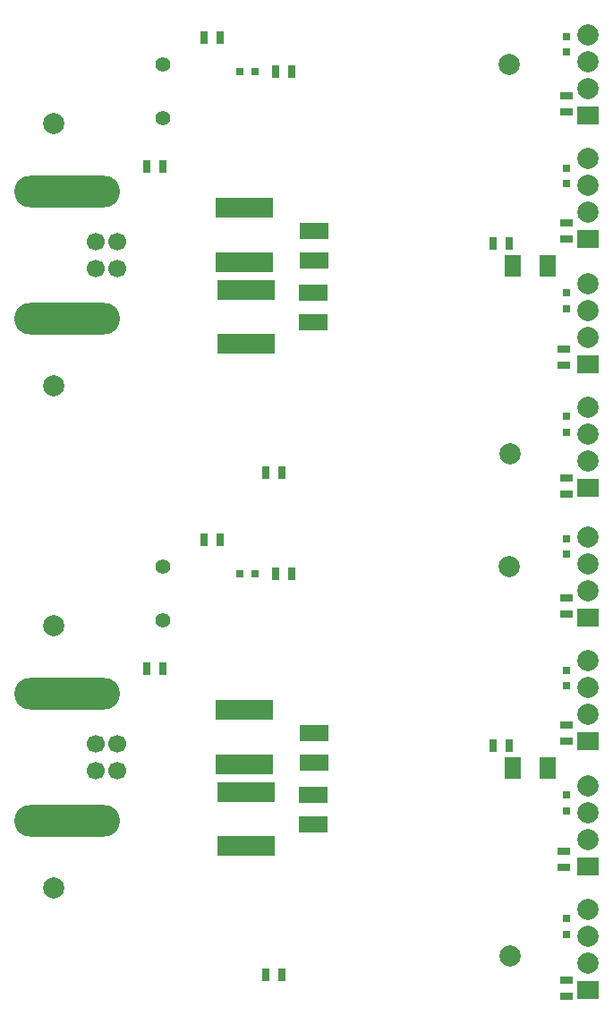
<source format=gbs>
G04 #@! TF.FileFunction,Soldermask,Bot*
%FSLAX46Y46*%
G04 Gerber Fmt 4.6, Leading zero omitted, Abs format (unit mm)*
G04 Created by KiCad (PCBNEW 4.0.7) date 02/20/18 19:55:49*
%MOMM*%
%LPD*%
G01*
G04 APERTURE LIST*
%ADD10C,0.150000*%
%ADD11R,0.635000X1.143000*%
%ADD12R,1.998980X1.800860*%
%ADD13C,1.998980*%
%ADD14R,1.524000X2.032000*%
%ADD15R,5.499100X1.849120*%
%ADD16R,0.797560X0.797560*%
%ADD17R,1.143000X0.635000*%
%ADD18R,2.692400X1.600200*%
%ADD19C,1.422400*%
%ADD20C,2.000000*%
%ADD21C,1.700000*%
%ADD22O,10.000000X3.000000*%
G04 APERTURE END LIST*
D10*
D11*
X151892000Y-63627000D03*
X150368000Y-63627000D03*
X173355000Y-41910000D03*
X171831000Y-41910000D03*
X146050000Y-22479000D03*
X144526000Y-22479000D03*
X139065000Y-34671000D03*
X140589000Y-34671000D03*
D12*
X180848000Y-29845000D03*
D13*
X180848000Y-27305000D03*
X180848000Y-24765000D03*
X180848000Y-22225000D03*
D12*
X180848000Y-41529000D03*
D13*
X180848000Y-38989000D03*
X180848000Y-36449000D03*
X180848000Y-33909000D03*
D12*
X180848000Y-53340000D03*
D13*
X180848000Y-50800000D03*
X180848000Y-48260000D03*
X180848000Y-45720000D03*
D12*
X180848000Y-65024000D03*
D13*
X180848000Y-62484000D03*
X180848000Y-59944000D03*
X180848000Y-57404000D03*
D14*
X177038000Y-44069000D03*
X173736000Y-44069000D03*
D15*
X148463000Y-51470560D03*
X148463000Y-46319440D03*
D16*
X178816000Y-58305700D03*
X178816000Y-59804300D03*
X178816000Y-46621700D03*
X178816000Y-48120300D03*
X178816000Y-34810700D03*
X178816000Y-36309300D03*
X178816000Y-22364700D03*
X178816000Y-23863300D03*
X147840700Y-25654000D03*
X149339300Y-25654000D03*
D17*
X178816000Y-64135000D03*
X178816000Y-65659000D03*
X178562000Y-51943000D03*
X178562000Y-53467000D03*
X178816000Y-40005000D03*
X178816000Y-41529000D03*
X178816000Y-27940000D03*
X178816000Y-29464000D03*
D11*
X151257000Y-25654000D03*
X152781000Y-25654000D03*
D18*
X154813000Y-46609000D03*
X154813000Y-49403000D03*
X154940000Y-43561000D03*
X154940000Y-40767000D03*
D19*
X140589000Y-30099000D03*
X140589000Y-25019000D03*
D20*
X130302000Y-55372000D03*
X130302000Y-30607000D03*
X173355000Y-25019000D03*
X173482000Y-61849000D03*
D21*
X136271000Y-44323000D03*
X136271000Y-41783000D03*
X134272020Y-41783000D03*
X134272020Y-44323000D03*
D22*
X131572000Y-49052480D03*
X131572000Y-37053520D03*
D15*
X148336000Y-38572440D03*
X148336000Y-43723560D03*
X148336000Y-86070440D03*
X148336000Y-91221560D03*
D21*
X136271000Y-91821000D03*
X136271000Y-89281000D03*
X134272020Y-89281000D03*
X134272020Y-91821000D03*
D22*
X131572000Y-96550480D03*
X131572000Y-84551520D03*
D20*
X173482000Y-109347000D03*
X173355000Y-72517000D03*
X130302000Y-78105000D03*
X130302000Y-102870000D03*
D19*
X140589000Y-77597000D03*
X140589000Y-72517000D03*
D18*
X154940000Y-91059000D03*
X154940000Y-88265000D03*
X154813000Y-94107000D03*
X154813000Y-96901000D03*
D11*
X151257000Y-73152000D03*
X152781000Y-73152000D03*
D17*
X178816000Y-75438000D03*
X178816000Y-76962000D03*
X178816000Y-87503000D03*
X178816000Y-89027000D03*
X178562000Y-99441000D03*
X178562000Y-100965000D03*
X178816000Y-111633000D03*
X178816000Y-113157000D03*
D16*
X147840700Y-73152000D03*
X149339300Y-73152000D03*
X178816000Y-69862700D03*
X178816000Y-71361300D03*
X178816000Y-82308700D03*
X178816000Y-83807300D03*
X178816000Y-94119700D03*
X178816000Y-95618300D03*
X178816000Y-105803700D03*
X178816000Y-107302300D03*
D15*
X148463000Y-98968560D03*
X148463000Y-93817440D03*
D14*
X177038000Y-91567000D03*
X173736000Y-91567000D03*
D12*
X180848000Y-112522000D03*
D13*
X180848000Y-109982000D03*
X180848000Y-107442000D03*
X180848000Y-104902000D03*
D12*
X180848000Y-100838000D03*
D13*
X180848000Y-98298000D03*
X180848000Y-95758000D03*
X180848000Y-93218000D03*
D12*
X180848000Y-89027000D03*
D13*
X180848000Y-86487000D03*
X180848000Y-83947000D03*
X180848000Y-81407000D03*
D12*
X180848000Y-77343000D03*
D13*
X180848000Y-74803000D03*
X180848000Y-72263000D03*
X180848000Y-69723000D03*
D11*
X139065000Y-82169000D03*
X140589000Y-82169000D03*
X146050000Y-69977000D03*
X144526000Y-69977000D03*
X173355000Y-89408000D03*
X171831000Y-89408000D03*
X151892000Y-111125000D03*
X150368000Y-111125000D03*
M02*

</source>
